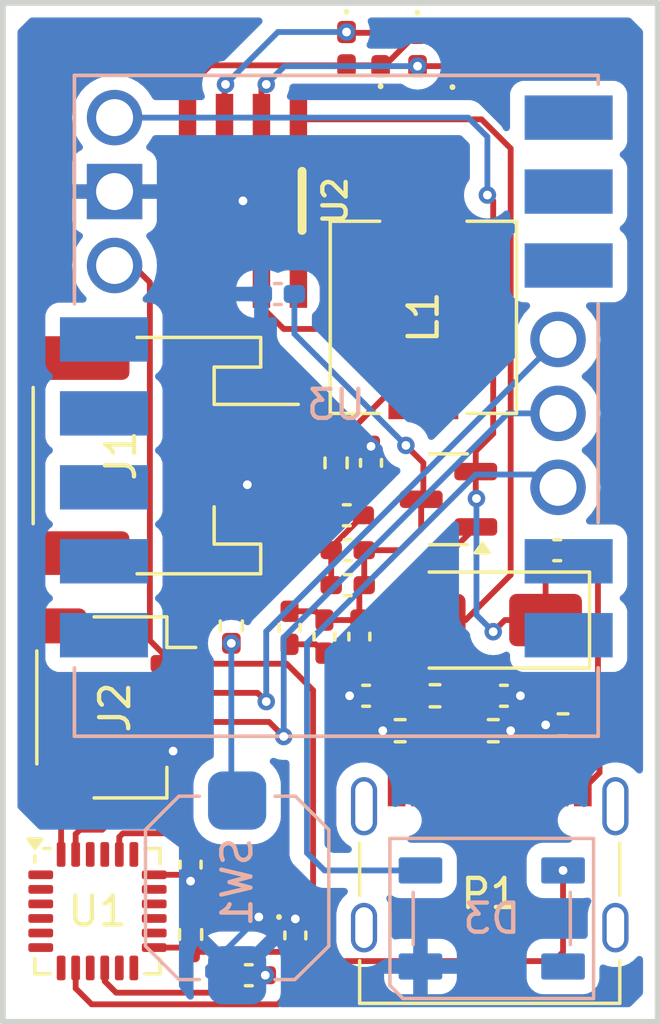
<source format=kicad_pcb>
(kicad_pcb (version 20240108) (generator "pcbnew") (generator_version "8.0")
  (layers (0 "F.Cu" signal) (31 "B.Cu" signal) (34 "B.Paste" user) (35 "F.Paste" user) (36 "B.SilkS" user "B.Silkscreen") (37 "F.SilkS" user "F.Silkscreen") (38 "B.Mask" user) (39 "F.Mask" user) (44 "Edge.Cuts" user))
  (net 0 "")
  (net 1 "SDA")
  (net 2 "SCL")
  (net 3 "+3V3")
  (net 4 "Net-(P1-CC2)")
  (net 5 "Net-(U1-REGOUT)")
  (net 6 "GND")
  (net 7 "Net-(U1-CPOUT)")
  (net 8 "Net-(P1-CC1)")
  (net 9 "+5V")
  (net 10 "+BATT")
  (net 11 "Net-(D2-K)")
  (net 12 "Net-(C1-Pad2)")
  (net 13 "Net-(C5-Pad2)")
  (net 27 "VBUS")
  (net 28 "Net-(D1-A)")
  (net 29 "Net-(D2-A)")
  (net 35 "RGB")
  (net 52 "VCC")
  (net 53 "Net-(D5-A)")
  (net 54 "Net-(U2-SW)")
  (net 55 "Net-(U2-KEY)")
  (net 56 "Net-(R4-Pad1)")
  (footprint "Connector_JST:JST_SH_SM04B-SRSS-TB_1x04-1MP_P1.00mm_Horizontal" (layer "F.Cu") (at 29.4 49.6 -90)
    (property "Reference" "J2" (at 0 0 90) (layer "F.SilkS"))
    (property "Value" "Sh 1.0" (hide yes))
    (pad "1" smd roundrect (at -1.5 -2 270) (size 0.6 1.55) (layers "F.Cu" "F.Paste" "F.Mask") (net 3 "+3V3"))
    (pad "2" smd roundrect (at -0.5 -2 270) (size 0.6 1.55) (layers "F.Cu" "F.Paste" "F.Mask") (net 1 "SDA"))
    (pad "3" smd roundrect (at 0.5 -2 270) (size 0.6 1.55) (layers "F.Cu" "F.Paste" "F.Mask") (net 2 "SCL"))
    (pad "4" smd roundrect (at 1.5 -2 270) (size 0.6 1.55) (layers "F.Cu" "F.Paste" "F.Mask") (net 6 "GND"))
    (pad "MP" smd roundrect (at -2.8 1.875 270) (size 1.2 1.8) (layers "F.Cu" "F.Paste" "F.Mask") (roundrect_rratio 0.208333))
    (pad "MP" smd roundrect (at 2.8 1.875 270) (size 1.2 1.8) (layers "F.Cu" "F.Paste" "F.Mask") (roundrect_rratio 0.208333))
  )
  (footprint "Capacitor_SMD:C_0402_1005Metric_Pad0.74x0.62mm_HandSolder" (layer "F.Cu") (at 44.6 44.2)
    (property "Reference" "C13" (hide yes))
    (property "Value" "1.0uF" (hide yes))
    (pad "1" smd roundrect (at -0.5675 0) (size 0.735 0.62) (layers "F.Cu" "F.Paste" "F.Mask") (net 9 "+5V"))
    (pad "2" smd roundrect (at 0.5675 0) (size 0.735 0.62) (layers "F.Cu" "F.Paste" "F.Mask") (net 6 "GND"))
  )
  (footprint "Resistor_SMD:R_0402_1005Metric_Pad0.72x0.64mm_HandSolder" (layer "F.Cu") (at 40.4 49.2)
    (property "Reference" "R2" (hide yes))
    (property "Value" "2R" (hide yes))
    (pad "1" smd roundrect (at -0.5975 0) (size 0.715 0.64) (layers "F.Cu" "F.Paste" "F.Mask") (net 27 "VBUS"))
    (pad "2" smd roundrect (at 0.5975 0) (size 0.715 0.64) (layers "F.Cu" "F.Paste" "F.Mask") (net 12 "Net-(C1-Pad2)"))
  )
  (footprint "Capacitor_SMD:C_0402_1005Metric_Pad0.74x0.62mm_HandSolder" (layer "F.Cu") (at 36.6 47.1675 -90)
    (property "Reference" "C8" (hide yes))
    (property "Value" "10uF" (hide yes))
    (pad "1" smd roundrect (at -0.5675 0 270) (size 0.735 0.62) (layers "F.Cu" "F.Paste" "F.Mask") (net 52 "VCC"))
    (pad "2" smd roundrect (at 0.5675 0 270) (size 0.735 0.62) (layers "F.Cu" "F.Paste" "F.Mask") (net 6 "GND"))
  )
  (footprint "Capacitor_SMD:C_0402_1005Metric_Pad0.74x0.62mm_HandSolder" (layer "F.Cu") (at 37.8 47.1675 -90)
    (property "Reference" "C14" (hide yes))
    (property "Value" "10uF" (hide yes))
    (pad "1" smd roundrect (at -0.5675 0 270) (size 0.735 0.62) (layers "F.Cu" "F.Paste" "F.Mask") (net 52 "VCC"))
    (pad "2" smd roundrect (at 0.5675 0 270) (size 0.735 0.62) (layers "F.Cu" "F.Paste" "F.Mask") (net 6 "GND"))
  )
  (footprint "LED_SMD:LED_0402_1005Metric_Pad0.77x0.64mm_HandSolder" (layer "F.Cu") (at 39.8 27 -90)
    (property "Reference" "D2" (hide yes))
    (property "Value" "LED" (hide yes))
    (pad "1" smd roundrect (at -0.5725 0 270) (size 0.765 0.64) (layers "F.Cu" "F.Paste" "F.Mask") (net 11 "Net-(D2-K)"))
    (pad "2" smd roundrect (at 0.5725 0 270) (size 0.765 0.64) (layers "F.Cu" "F.Paste" "F.Mask") (net 29 "Net-(D2-A)"))
  )
  (footprint "Capacitor_SMD:C_0402_1005Metric_Pad0.74x0.62mm_HandSolder" (layer "F.Cu") (at 32 55 -90)
    (property "Reference" "C4" (hide yes))
    (property "Value" "0.1uF" (hide yes))
    (pad "1" smd roundrect (at -0.5675 0 270) (size 0.735 0.62) (layers "F.Cu" "F.Paste" "F.Mask") (net 7 "Net-(U1-CPOUT)"))
    (pad "2" smd roundrect (at 0.5675 0 270) (size 0.735 0.62) (layers "F.Cu" "F.Paste" "F.Mask") (net 6 "GND"))
  )
  (footprint "Capacitor_SMD:C_0402_1005Metric_Pad0.74x0.62mm_HandSolder" (layer "F.Cu") (at 37.4 45.4 180)
    (property "Reference" "C9" (hide yes))
    (property "Value" "10uF" (hide yes))
    (pad "1" smd roundrect (at -0.5675 0 180) (size 0.735 0.62) (layers "F.Cu" "F.Paste" "F.Mask") (net 52 "VCC"))
    (pad "2" smd roundrect (at 0.5675 0 180) (size 0.735 0.62) (layers "F.Cu" "F.Paste" "F.Mask") (net 6 "GND"))
  )
  (footprint "LED_SMD:LED_0402_1005Metric_Pad0.77x0.64mm_HandSolder" (layer "F.Cu") (at 33.7725 56.8 180)
    (property "Reference" "D1" (hide yes))
    (property "Value" "LED" (hide yes))
    (pad "1" smd roundrect (at -0.5725 0 180) (size 0.765 0.64) (layers "F.Cu" "F.Paste" "F.Mask") (net 6 "GND"))
    (pad "2" smd roundrect (at 0.5725 0 180) (size 0.765 0.64) (layers "F.Cu" "F.Paste" "F.Mask") (net 28 "Net-(D1-A)"))
  )
  (footprint "Capacitor_SMD:C_0402_1005Metric_Pad0.74x0.62mm_HandSolder" (layer "F.Cu") (at 38.0325 49.2 180)
    (property "Reference" "C2" (hide yes))
    (property "Value" "10uF" (hide yes))
    (pad "1" smd roundrect (at -0.5675 0 180) (size 0.735 0.62) (layers "F.Cu" "F.Paste" "F.Mask") (net 27 "VBUS"))
    (pad "2" smd roundrect (at 0.5675 0 180) (size 0.735 0.62) (layers "F.Cu" "F.Paste" "F.Mask") (net 6 "GND"))
  )
  (footprint "Custom:IP5306" (layer "F.Cu") (at 33.8 32.2 180)
    (property "Reference" "U2" (at -3.165 0 90) (layer "F.SilkS") (effects (font (size 0.8 0.8))))
    (property "Value" "IP5306" (hide yes))
    (pad "1" smd rect (at -1.905 2.8 180) (size 0.6 1.75) (layers "F.Cu" "F.Paste" "F.Mask") (net 27 "VBUS"))
    (pad "2" smd rect (at -0.635 2.8 180) (size 0.6 1.75) (layers "F.Cu" "F.Paste" "F.Mask") (net 29 "Net-(D2-A)"))
    (pad "3" smd rect (at 0.635 2.8 180) (size 0.6 1.75) (layers "F.Cu" "F.Paste" "F.Mask") (net 53 "Net-(D5-A)"))
    (pad "4" smd rect (at 1.905 2.8 180) (size 0.6 1.75) (layers "F.Cu" "F.Paste" "F.Mask") (net 11 "Net-(D2-K)"))
    (pad "5" smd rect (at 1.905 -2.8 180) (size 0.6 1.75) (layers "F.Cu" "F.Paste" "F.Mask") (net 55 "Net-(U2-KEY)"))
    (pad "6" smd rect (at 0.635 -2.8 180) (size 0.6 1.75) (layers "F.Cu" "F.Paste" "F.Mask") (net 10 "+BATT"))
    (pad "7" smd rect (at -0.635 -2.8 180) (size 0.6 1.75) (layers "F.Cu" "F.Paste" "F.Mask") (net 54 "Net-(U2-SW)"))
    (pad "8" smd rect (at -1.905 -2.8 180) (size 0.6 1.75) (layers "F.Cu" "F.Paste" "F.Mask") (net 52 "VCC"))
    (pad "EXP" smd rect (at 0 0 180) (size 3.3 2.41) (layers "F.Cu" "F.Mask") (net 6 "GND"))
  )
  (footprint "Resistor_SMD:R_0402_1005Metric_Pad0.72x0.64mm_HandSolder" (layer "F.Cu") (at 33.4 46.8 90)
    (property "Reference" "R4" (hide yes))
    (property "Value" "10K" (hide yes))
    (pad "1" smd roundrect (at -0.5975 0 90) (size 0.715 0.64) (layers "F.Cu" "F.Paste" "F.Mask") (net 56 "Net-(R4-Pad1)"))
    (pad "2" smd roundrect (at 0.5975 0 90) (size 0.715 0.64) (layers "F.Cu" "F.Paste" "F.Mask") (net 55 "Net-(U2-KEY)"))
  )
  (footprint "Capacitor_SMD:C_0402_1005Metric_Pad0.74x0.62mm_HandSolder" (layer "F.Cu") (at 35.4 46.865 -90)
    (property "Reference" "C11" (hide yes))
    (property "Value" "10uF" (hide yes))
    (pad "1" smd roundrect (at -0.5675 0 270) (size 0.735 0.62) (layers "F.Cu" "F.Paste" "F.Mask") (net 52 "VCC"))
    (pad "2" smd roundrect (at 0.5675 0 270) (size 0.735 0.62) (layers "F.Cu" "F.Paste" "F.Mask") (net 6 "GND"))
  )
  (footprint "LED_SMD:LED_0402_1005Metric_Pad0.77x0.64mm_HandSolder" (layer "F.Cu") (at 38.53 27 90)
    (property "Reference" "D5" (hide yes))
    (property "Value" "LED" (hide yes))
    (pad "1" smd roundrect (at -0.5725 0 90) (size 0.765 0.64) (layers "F.Cu" "F.Paste" "F.Mask") (net 11 "Net-(D2-K)"))
    (pad "2" smd roundrect (at 0.5725 0 90) (size 0.765 0.64) (layers "F.Cu" "F.Paste" "F.Mask") (net 53 "Net-(D5-A)"))
  )
  (footprint "Capacitor_SMD:C_0402_1005Metric_Pad0.74x0.62mm_HandSolder" (layer "F.Cu") (at 34 58.8 180)
    (property "Reference" "C3" (hide yes))
    (property "Value" "2.2nF" (hide yes))
    (pad "1" smd roundrect (at -0.5675 0 180) (size 0.735 0.62) (layers "F.Cu" "F.Paste" "F.Mask") (net 6 "GND"))
    (pad "2" smd roundrect (at 0.5675 0 180) (size 0.735 0.62) (layers "F.Cu" "F.Paste" "F.Mask") (net 5 "Net-(U1-REGOUT)"))
  )
  (footprint "LED_SMD:LED_0402_1005Metric_Pad0.77x0.64mm_HandSolder" (layer "F.Cu") (at 41 27.0275 90)
    (property "Reference" "D4" (hide yes))
    (property "Value" "LED" (hide yes))
    (pad "1" smd roundrect (at -0.5725 0 90) (size 0.765 0.64) (layers "F.Cu" "F.Paste" "F.Mask") (net 29 "Net-(D2-A)"))
    (pad "2" smd roundrect (at 0.5725 0 90) (size 0.765 0.64) (layers "F.Cu" "F.Paste" "F.Mask") (net 11 "Net-(D2-K)"))
  )
  (footprint "Resistor_SMD:R_0402_1005Metric_Pad0.72x0.64mm_HandSolder" (layer "F.Cu") (at 39.2025 50.4 180)
    (property "Reference" "R5" (hide yes))
    (property "Value" "10K" (hide yes))
    (pad "1" smd roundrect (at -0.5975 0 180) (size 0.715 0.64) (layers "F.Cu" "F.Paste" "F.Mask") (net 27 "VBUS"))
    (pad "2" smd roundrect (at 0.5975 0 180) (size 0.715 0.64) (layers "F.Cu" "F.Paste" "F.Mask") (net 6 "GND"))
  )
  (footprint "Package_TO_SOT_SMD:SOT-23" (layer "F.Cu") (at 40.8625 42.45 180)
    (property "Reference" "Q1" (hide yes))
    (property "Value" "AO3401A" (hide yes))
    (pad "1" smd roundrect (at -0.9375 -0.95 180) (size 1.475 0.6) (layers "F.Cu" "F.Paste" "F.Mask") (net 27 "VBUS"))
    (pad "2" smd roundrect (at -0.9375 0.95 180) (size 1.475 0.6) (layers "F.Cu" "F.Paste" "F.Mask") (net 9 "+5V"))
    (pad "3" smd roundrect (at 0.9375 0 180) (size 1.475 0.6) (layers "F.Cu" "F.Paste" "F.Mask") (net 52 "VCC"))
  )
  (footprint "Resistor_SMD:R_0402_1005Metric_Pad0.72x0.64mm_HandSolder" (layer "F.Cu") (at 44.8 50.2 180)
    (property "Reference" "R6" (hide yes))
    (property "Value" "5.1K" (hide yes))
    (pad "1" smd roundrect (at -0.5975 0 180) (size 0.715 0.64) (layers "F.Cu" "F.Paste" "F.Mask") (net 4 "Net-(P1-CC2)"))
    (pad "2" smd roundrect (at 0.5975 0 180) (size 0.715 0.64) (layers "F.Cu" "F.Paste" "F.Mask") (net 6 "GND"))
  )
  (footprint "Resistor_SMD:R_0402_1005Metric_Pad0.72x0.64mm_HandSolder" (layer "F.Cu") (at 37 41.2 -90)
    (property "Reference" "R3" (hide yes))
    (property "Value" "2R" (hide yes))
    (pad "1" smd roundrect (at -0.5975 0 270) (size 0.715 0.64) (layers "F.Cu" "F.Paste" "F.Mask") (net 10 "+BATT"))
    (pad "2" smd roundrect (at 0.5975 0 270) (size 0.715 0.64) (layers "F.Cu" "F.Paste" "F.Mask") (net 13 "Net-(C5-Pad2)"))
  )
  (footprint "Diode_SMD:D_SMA" (layer "F.Cu") (at 42.2 46.6 180)
    (property "Reference" "D6" (hide yes))
    (property "Value" "SS34" (hide yes))
    (pad "1" smd roundrect (at -2 0 180) (size 2.5 1.8) (layers "F.Cu" "F.Paste" "F.Mask") (roundrect_rratio 0.1388888889) (net 9 "+5V"))
    (pad "2" smd roundrect (at 2 0 180) (size 2.5 1.8) (layers "F.Cu" "F.Paste" "F.Mask") (roundrect_rratio 0.1388888889) (net 27 "VBUS"))
  )
  (footprint "Capacitor_SMD:C_0402_1005Metric_Pad0.74x0.62mm_HandSolder" (layer "F.Cu") (at 42.7675 49.2 180)
    (property "Reference" "C1" (hide yes))
    (property "Value" "10uF" (hide yes))
    (pad "1" smd roundrect (at -0.5675 0 180) (size 0.735 0.62) (layers "F.Cu" "F.Paste" "F.Mask") (net 6 "GND"))
    (pad "2" smd roundrect (at 0.5675 0 180) (size 0.735 0.62) (layers "F.Cu" "F.Paste" "F.Mask") (net 12 "Net-(C1-Pad2)"))
  )
  (footprint "Capacitor_SMD:C_0402_1005Metric_Pad0.74x0.62mm_HandSolder" (layer "F.Cu") (at 38.2 41.2 -90)
    (property "Reference" "C5" (hide yes))
    (property "Value" "10uF" (hide yes))
    (pad "1" smd roundrect (at -0.5675 0 270) (size 0.735 0.62) (layers "F.Cu" "F.Paste" "F.Mask") (net 6 "GND"))
    (pad "2" smd roundrect (at 0.5675 0 270) (size 0.735 0.62) (layers "F.Cu" "F.Paste" "F.Mask") (net 13 "Net-(C5-Pad2)"))
  )
  (footprint "LED_SMD:LED_0402_1005Metric_Pad0.77x0.64mm_HandSolder" (layer "F.Cu") (at 37.36 26.9725 -90)
    (property "Reference" "D7" (hide yes))
    (property "Value" "LED" (hide yes))
    (pad "1" smd roundrect (at -0.5725 0 270) (size 0.765 0.64) (layers "F.Cu" "F.Paste" "F.Mask") (net 53 "Net-(D5-A)"))
    (pad "2" smd roundrect (at 0.5725 0 270) (size 0.765 0.64) (layers "F.Cu" "F.Paste" "F.Mask") (net 11 "Net-(D2-K)"))
  )
  (footprint "Capacitor_SMD:C_0402_1005Metric_Pad0.74x0.62mm_HandSolder" (layer "F.Cu") (at 35.6 57.4325 90)
    (property "Reference" "C6" (hide yes))
    (property "Value" "1.0uF" (hide yes))
    (pad "1" smd roundrect (at -0.5675 0 90) (size 0.735 0.62) (layers "F.Cu" "F.Paste" "F.Mask") (net 3 "+3V3"))
    (pad "2" smd roundrect (at 0.5675 0 90) (size 0.735 0.62) (layers "F.Cu" "F.Paste" "F.Mask") (net 6 "GND"))
  )
  (footprint "Inductor_SMD:L_6.3x6.3_H3" (layer "F.Cu") (at 40 36.2 -90)
    (property "Reference" "L1" (at 0 0 90) (layer "F.SilkS"))
    (property "Value" "1R0" (hide yes))
    (pad "1" smd rect (at -2.75 0 270) (size 1.5 2.4) (layers "F.Cu" "F.Paste" "F.Mask") (net 54 "Net-(U2-SW)"))
    (pad "2" smd rect (at 2.75 0 270) (size 1.5 2.4) (layers "F.Cu" "F.Paste" "F.Mask") (net 10 "+BATT"))
  )
  (footprint "Resistor_SMD:R_0402_1005Metric_Pad0.72x0.64mm_HandSolder" (layer "F.Cu") (at 42.4025 50.4)
    (property "Reference" "R7" (hide yes))
    (property "Value" "5.1K" (hide yes))
    (pad "1" smd roundrect (at -0.5975 0) (size 0.715 0.64) (layers "F.Cu" "F.Paste" "F.Mask") (net 8 "Net-(P1-CC1)"))
    (pad "2" smd roundrect (at 0.5975 0) (size 0.715 0.64) (layers "F.Cu" "F.Paste" "F.Mask") (net 6 "GND"))
  )
  (footprint "Capacitor_SMD:C_0402_1005Metric_Pad0.74x0.62mm_HandSolder" (layer "F.Cu") (at 37.3675 43)
    (property "Reference" "C7" (hide yes))
    (property "Value" "10uF" (hide yes))
    (pad "1" smd roundrect (at -0.5675 0) (size 0.735 0.62) (layers "F.Cu" "F.Paste" "F.Mask") (net 10 "+BATT"))
    (pad "2" smd roundrect (at 0.5675 0) (size 0.735 0.62) (layers "F.Cu" "F.Paste" "F.Mask") (net 6 "GND"))
  )
  (footprint "Resistor_SMD:R_0402_1005Metric_Pad0.72x0.64mm_HandSolder" (layer "F.Cu") (at 32 57.4 90)
    (property "Reference" "R1" (hide yes))
    (property "Value" "1K" (hide yes))
    (pad "1" smd roundrect (at -0.5975 0 90) (size 0.715 0.64) (layers "F.Cu" "F.Paste" "F.Mask") (net 3 "+3V3"))
    (pad "2" smd roundrect (at 0.5975 0 90) (size 0.715 0.64) (layers "F.Cu" "F.Paste" "F.Mask") (net 28 "Net-(D1-A)"))
  )
  (footprint "Sensor_Motion:InvenSense_QFN-24_4x4mm_P0.5mm" (layer "F.Cu") (at 28.8 56.6)
    (property "Reference" "U1" (at 0 0 0) (layer "F.SilkS"))
    (property "Value" "MPU-6050" (hide yes))
    (pad "1" smd roundrect (at -1.95 -1.25) (size 0.85 0.3) (layers "F.Cu" "F.Paste" "F.Mask"))
    (pad "2" smd roundrect (at -1.95 -0.75) (size 0.85 0.3) (layers "F.Cu" "F.Paste" "F.Mask"))
    (pad "3" smd roundrect (at -1.95 -0.25) (size 0.85 0.3) (layers "F.Cu" "F.Paste" "F.Mask"))
    (pad "4" smd roundrect (at -1.95 0.25) (size 0.85 0.3) (layers "F.Cu" "F.Paste" "F.Mask"))
    (pad "5" smd roundrect (at -1.95 0.75) (size 0.85 0.3) (layers "F.Cu" "F.Paste" "F.Mask"))
    (pad "6" smd roundrect (at -1.95 1.25) (size 0.85 0.3) (layers "F.Cu" "F.Paste" "F.Mask"))
    (pad "7" smd roundrect (at -1.25 1.95 90) (size 0.85 0.3) (layers "F.Cu" "F.Paste" "F.Mask"))
    (pad "8" smd roundrect (at -0.75 1.95 90) (size 0.85 0.3) (layers "F.Cu" "F.Paste" "F.Mask") (net 3 "+3V3"))
    (pad "9" smd roundrect (at -0.25 1.95 90) (size 0.85 0.3) (layers "F.Cu" "F.Paste" "F.Mask"))
    (pad "10" smd roundrect (at 0.25 1.95 90) (size 0.85 0.3) (layers "F.Cu" "F.Paste" "F.Mask") (net 5 "Net-(U1-REGOUT)"))
    (pad "11" smd roundrect (at 0.75 1.95 90) (size 0.85 0.3) (layers "F.Cu" "F.Paste" "F.Mask"))
    (pad "12" smd roundrect (at 1.25 1.95 90) (size 0.85 0.3) (layers "F.Cu" "F.Paste" "F.Mask"))
    (pad "13" smd roundrect (at 1.95 1.25) (size 0.85 0.3) (layers "F.Cu" "F.Paste" "F.Mask") (net 3 "+3V3"))
    (pad "14" smd roundrect (at 1.95 0.75) (size 0.85 0.3) (layers "F.Cu" "F.Paste" "F.Mask"))
    (pad "15" smd roundrect (at 1.95 0.25) (size 0.85 0.3) (layers "F.Cu" "F.Paste" "F.Mask"))
    (pad "16" smd roundrect (at 1.95 -0.25) (size 0.85 0.3) (layers "F.Cu" "F.Paste" "F.Mask"))
    (pad "17" smd roundrect (at 1.95 -0.75) (size 0.85 0.3) (layers "F.Cu" "F.Paste" "F.Mask"))
    (pad "18" smd roundrect (at 1.95 -1.25) (size 0.85 0.3) (layers "F.Cu" "F.Paste" "F.Mask") (net 6 "GND"))
    (pad "19" smd roundrect (at 1.25 -1.95 90) (size 0.85 0.3) (layers "F.Cu" "F.Paste" "F.Mask"))
    (pad "20" smd roundrect (at 0.75 -1.95 90) (size 0.85 0.3) (layers "F.Cu" "F.Paste" "F.Mask") (net 7 "Net-(U1-CPOUT)"))
    (pad "21" smd roundrect (at 0.25 -1.95 90) (size 0.85 0.3) (layers "F.Cu" "F.Paste" "F.Mask"))
    (pad "22" smd roundrect (at -0.25 -1.95 90) (size 0.85 0.3) (layers "F.Cu" "F.Paste" "F.Mask"))
    (pad "23" smd roundrect (at -0.75 -1.95 90) (size 0.85 0.3) (layers "F.Cu" "F.Paste" "F.Mask") (net 2 "SCL"))
    (pad "24" smd roundrect (at -1.25 -1.95 90) (size 0.85 0.3) (layers "F.Cu" "F.Paste" "F.Mask") (net 1 "SDA"))
  )
  (footprint "Connector_USB:USB_C_Receptacle_Palconn_UTC16-G" (layer "F.Cu") (at 42.28 54.925)
    (property "Reference" "P1" (at 0 1.075 0) (layer "F.SilkS"))
    (property "Value" "USB_C_Plug_USB2.0" (hide yes))
    (pad "" np_thru_hole circle (at -2.89 -1.45 180) (size 0.6 0.6) (drill 0.6) (layers "*.Cu" "*.Mask"))
    (pad "" np_thru_hole circle (at 2.89 -1.45 180) (size 0.6 0.6) (drill 0.6) (layers "*.Cu" "*.Mask"))
    (pad "A1" smd rect (at -3.2 -2.51) (size 0.6 1.16) (layers "F.Cu" "F.Paste" "F.Mask") (net 6 "GND"))
    (pad "A4" smd rect (at -2.4 -2.51) (size 0.6 1.16) (layers "F.Cu" "F.Paste" "F.Mask") (net 27 "VBUS"))
    (pad "A5" smd rect (at -1.25 -2.51 180) (size 0.3 1.16) (layers "F.Cu" "F.Paste" "F.Mask") (net 8 "Net-(P1-CC1)"))
    (pad "A6" smd rect (at -0.25 -2.51 180) (size 0.3 1.16) (layers "F.Cu" "F.Paste" "F.Mask"))
    (pad "A7" smd rect (at 0.25 -2.51 180) (size 0.3 1.16) (layers "F.Cu" "F.Paste" "F.Mask"))
    (pad "A8" smd rect (at 1.25 -2.51 180) (size 0.3 1.16) (layers "F.Cu" "F.Paste" "F.Mask"))
    (pad "A9" smd rect (at 2.4 -2.51) (size 0.6 1.16) (layers "F.Cu" "F.Paste" "F.Mask") (net 27 "VBUS"))
    (pad "A12" smd rect (at 3.2 -2.51) (size 0.6 1.16) (layers "F.Cu" "F.Paste" "F.Mask") (net 6 "GND"))
    (pad "B1" smd rect (at 3.2 -2.51) (size 0.6 1.16) (layers "F.Cu" "F.Paste" "F.Mask") (net 6 "GND"))
    (pad "B4" smd rect (at 2.4 -2.51) (size 0.6 1.16) (layers "F.Cu" "F.Paste" "F.Mask") (net 27 "VBUS"))
    (pad "B5" smd rect (at 1.75 -2.51 180) (size 0.3 1.16) (layers "F.Cu" "F.Paste" "F.Mask") (net 4 "Net-(P1-CC2)"))
    (pad "B6" smd rect (at 0.75 -2.51 180) (size 0.3 1.16) (layers "F.Cu" "F.Paste" "F.Mask"))
    (pad "B7" smd rect (at -0.75 -2.51 180) (size 0.3 1.16) (layers "F.Cu" "F.Paste" "F.Mask"))
    (pad "B8" smd rect (at -1.75 -2.51 180) (size 0.3 1.16) (layers "F.Cu" "F.Paste" "F.Mask"))
    (pad "B9" smd rect (at -2.4 -2.51) (size 0.6 1.16) (layers "F.Cu" "F.Paste" "F.Mask") (net 27 "VBUS"))
    (pad "B12" smd rect (at -3.2 -2.51) (size 0.6 1.16) (layers "F.Cu" "F.Paste" "F.Mask") (net 6 "GND"))
    (pad "S1" thru_hole oval (at -4.32 -1.93 90) (size 2 0.9) (drill oval 1.7 0.6) (property pad_prop_heatsink) (layers "*.Cu" "*.Mask"))
    (pad "S1" thru_hole oval (at -4.32 2.24 90) (size 1.7 0.9) (drill oval 1.4 0.6) (property pad_prop_heatsink) (layers "*.Cu" "*.Mask"))
    (pad "S1" thru_hole oval (at 4.32 -1.93 90) (size 2 0.9) (drill oval 1.7 0.6) (property pad_prop_heatsink) (layers "*.Cu" "*.Mask"))
    (pad "S1" thru_hole oval (at 4.32 2.24 90) (size 1.7 0.9) (drill oval 1.4 0.6) (property pad_prop_heatsink) (layers "*.Cu" "*.Mask"))
  )
  (footprint "Connector_JST:JST_PH_S2B-PH-SM4-TB_1x02-1MP_P2.00mm_Horizontal" (layer "F.Cu") (at 31.1 40.95 -90)
    (property "Reference" "J1" (at 0 1.5 -90) (layer "F.SilkS"))
    (property "Value" "Ph 2.0" (hide yes))
    (pad "1" smd roundrect (at -1 -2.85 270) (size 1 3.5) (layers "F.Cu" "F.Paste" "F.Mask") (net 10 "+BATT"))
    (pad "2" smd roundrect (at 1 -2.85 270) (size 1 3.5) (layers "F.Cu" "F.Paste" "F.Mask") (net 6 "GND"))
    (pad "MP" smd roundrect (at -3.35 2.9 270) (size 1.5 3.4) (layers "F.Cu" "F.Paste" "F.Mask") (roundrect_rratio 0.166667))
    (pad "MP" smd roundrect (at 3.35 2.9 270) (size 1.5 3.4) (layers "F.Cu" "F.Paste" "F.Mask") (roundrect_rratio 0.166667))
  )
  (footprint "Capacitor_SMD:C_0402_1005Metric_Pad0.74x0.62mm_HandSolder" (layer "F.Cu") (at 37.4 44.2 180)
    (property "Reference" "C10" (hide yes))
    (property "Value" "10uF" (hide yes))
    (pad "1" smd roundrect (at -0.5675 0 180) (size 0.735 0.62) (layers "F.Cu" "F.Paste" "F.Mask") (net 52 "VCC"))
    (pad "2" smd roundrect (at 0.5675 0 180) (size 0.735 0.62) (layers "F.Cu" "F.Paste" "F.Mask") (net 6 "GND"))
  )
  (footprint "LED_SMD:LED_WS2812B_PLCC4_5.0x5.0mm_P3.2mm" (layer "B.Cu") (at 42.35 56.85 180)
    (property "Reference" "D3" (at 0 0 0) (layer "B.SilkS") (effects (justify mirror)))
    (property "Value" "WS2812B" (hide yes))
    (pad "1" smd roundrect (at -2.45 1.65 180) (size 1.5 0.9) (layers "B.Cu" "B.Paste" "B.Mask") (roundrect_rratio 0.1) (net 3 "+3V3"))
    (pad "2" smd roundrect (at -2.45 -1.65 180) (size 1.5 0.9) (layers "B.Cu" "B.Paste" "B.Mask") (roundrect_rratio 0.1))
    (pad "3" smd roundrect (at 2.45 -1.65 180) (size 1.5 0.9) (layers "B.Cu" "B.Paste" "B.Mask") (roundrect_rratio 0.1) (net 6 "GND"))
    (pad "4" smd roundrect (at 2.45 1.65 180) (size 1.5 0.9) (layers "B.Cu" "B.Paste" "B.Mask") (roundrect_rratio 0.1) (net 35 "RGB"))
  )
  (footprint "Custom:Supermini_Custom" (layer "B.Cu") (at 37.0075 39.24 180)
    (property "Reference" "U3" (at 0.0075 0.04 0) (layer "B.SilkS") (effects (justify mirror)))
    (property "Value" "ESP32C3_SuperMini" (hide yes))
    (pad "0" smd rect (at 7.985 -7.88 180) (size 3.025 1.524) (layers "B.Cu" "B.Paste" "B.Mask"))
    (pad "1" smd rect (at 7.985 -5.34 180) (size 3.025 1.524) (layers "B.Cu" "B.Paste" "B.Mask"))
    (pad "2" smd rect (at 7.985 -2.8 180) (size 3.025 1.524) (layers "B.Cu" "B.Paste" "B.Mask"))
    (pad "3" smd rect (at 7.985 -0.26 180) (size 3.025 1.524) (layers "B.Cu" "B.Paste" "B.Mask"))
    (pad "3.3" thru_hole circle (at 7.62 4.82 180) (size 1.905 1.905) (drill 1.27) (layers "*.Cu" "*.Mask") (net 3 "+3V3"))
    (pad "4" smd rect (at 7.985 2.28 180) (size 3.025 1.524) (layers "B.Cu" "B.Paste" "B.Mask"))
    (pad "5" smd rect (at -7.985 9.9 180) (size 3.025 1.524) (layers "B.Cu" "B.Paste" "B.Mask"))
    (pad "5V" thru_hole circle (at 7.62 9.9 180) (size 1.905 1.905) (drill 1.27) (layers "*.Cu" "*.Mask") (net 9 "+5V"))
    (pad "6" smd rect (at -7.985 7.36 180) (size 3.025 1.524) (layers "B.Cu" "B.Paste" "B.Mask"))
    (pad "7" smd rect (at -7.985 4.82 180) (size 3.025 1.524) (layers "B.Cu" "B.Paste" "B.Mask"))
    (pad "8" thru_hole circle (at -7.62 2.28 180) (size 1.905 1.905) (drill 1.27) (layers "*.Cu" "*.Mask") (net 1 "SDA"))
    (pad "9" thru_hole circle (at -7.62 -0.26 180) (size 1.905 1.905) (drill 1.27) (layers "*.Cu" "*.Mask") (net 2 "SCL"))
    (pad "10" thru_hole circle (at -7.62 -2.8 180) (size 1.905 1.905) (drill 1.27) (layers "*.Cu" "*.Mask") (net 35 "RGB"))
    (pad "20" smd rect (at -7.985 -5.34 180) (size 3.025 1.524) (layers "B.Cu" "B.Paste" "B.Mask"))
    (pad "21" smd rect (at -7.985 -7.88 180) (size 3.025 1.524) (layers "B.Cu" "B.Paste" "B.Mask"))
    (pad "G" thru_hole rect (at 7.62 7.36 180) (size 1.905 1.905) (drill 1.27) (layers "*.Cu" "*.Mask") (net 6 "GND"))
  )
  (footprint "Capacitor_SMD:C_0402_1005Metric_Pad0.74x0.62mm_HandSolder" (layer "B.Cu") (at 35 35.4 180)
    (property "Reference" "C12" (hide yes))
    (property "Value" "10uF" (hide yes))
    (pad "1" smd roundrect (at -0.5675 0 180) (size 0.735 0.62) (layers "B.Cu" "B.Paste" "B.Mask") (net 52 "VCC"))
    (pad "2" smd roundrect (at 0.5675 0 180) (size 0.735 0.62) (layers "B.Cu" "B.Paste" "B.Mask") (net 6 "GND"))
  )
  (footprint "Button_Switch_SMD:SW_Push_1TS009xxxx-xxxx-xxxx_6x6x5mm" (layer "B.Cu") (at 33.6 55.8 90)
    (property "Reference" "SW1" (at 0.2 0 90) (layer "B.SilkS") (effects (justify mirror)))
    (property "Value" "SW_Push" (hide yes))
    (pad "1" smd roundrect (at -3 0 90) (size 2 2) (layers "B.Cu" "B.Paste" "B.Mask") (net 6 "GND"))
    (pad "2" smd roundrect (at 3 0 90) (size 2 2) (layers "B.Cu" "B.Paste" "B.Mask") (net 56 "Net-(R4-Pad1)"))
  )
  (gr_rect (start 25.55 25.4) (end 48.05 60.4) (stroke (width 0.2)) (fill none) (layer "Edge.Cuts"))
  (segment (start 29.4 49.8) (end 29.4 52.8) (width 0.2) (layer "F.Cu") (net 1))
  (segment (start 34.3 49.1) (end 34.6 49.4) (width 0.2) (layer "F.Cu") (net 1))
  (segment (start 31.4 49.1) (end 30.1 49.1) (width 0.2) (layer "F.Cu") (net 1))
  (segment (start 28.8 53.4) (end 27.8 53.4) (width 0.2) (layer "F.Cu") (net 1))
  (segment (start 30.1 49.1) (end 29.4 49.8) (width 0.2) (layer "F.Cu") (net 1))
  (segment (start 27.55 53.65) (end 27.55 54.65) (width 0.2) (layer "F.Cu") (net 1))
  (segment (start 27.8 53.4) (end 27.55 53.65) (width 0.2) (layer "F.Cu") (net 1))
  (segment (start 31.4 49.1) (end 34.3 49.1) (width 0.2) (layer "F.Cu") (net 1))
  (segment (start 29.4 52.8) (end 28.8 53.4) (width 0.2) (layer "F.Cu") (net 1))
  (via (at 34.6 49.4) (size 0.6) (drill 0.3) (layers "F.Cu" "B.Cu") (net 1))
  (segment (start 34.6 46.9875) (end 44.6275 36.96) (width 0.2) (layer "B.Cu") (net 1))
  (segment (start 34.6 49.4) (end 34.6 46.9875) (width 0.2) (layer "B.Cu") (net 1))
  (segment (start 30.265686 50.1) (end 31.4 50.1) (width 0.2) (layer "F.Cu") (net 2))
  (segment (start 34.7 50.1) (end 31.4 50.1) (width 0.2) (layer "F.Cu") (net 2))
  (segment (start 28.2 53.8) (end 28.965686 53.8) (width 0.2) (layer "F.Cu") (net 2))
  (segment (start 29.8 52.965686) (end 29.8 50.565686) (width 0.2) (layer "F.Cu") (net 2))
  (segment (start 35.2 50.6) (end 34.7 50.1) (width 0.2) (layer "F.Cu") (net 2))
  (segment (start 28.05 53.95) (end 28.2 53.8) (width 0.2) (layer "F.Cu") (net 2))
  (segment (start 29.8 50.565686) (end 30.265686 50.1) (width 0.2) (layer "F.Cu") (net 2))
  (segment (start 28.965686 53.8) (end 29.8 52.965686) (width 0.2) (layer "F.Cu") (net 2))
  (segment (start 28.05 54.65) (end 28.05 53.95) (width 0.2) (layer "F.Cu") (net 2))
  (via (at 35.2 50.6) (size 0.6) (drill 0.3) (layers "F.Cu" "B.Cu") (net 2))
  (segment (start 35.2 50.6) (end 35.2 47.2) (width 0.2) (layer "B.Cu") (net 2))
  (segment (start 35.2 47.2) (end 42.9 39.5) (width 0.2) (layer "B.Cu") (net 2))
  (segment (start 42.9 39.5) (end 44.6275 39.5) (width 0.2) (layer "B.Cu") (net 2))
  (segment (start 35.5975 57.9975) (end 35.6 58) (width 0.2) (layer "F.Cu") (net 3))
  (segment (start 31.4 48.1) (end 30.6 47.3) (width 0.2) (layer "F.Cu") (net 3))
  (segment (start 35.6 58) (end 36.21 57.39) (width 0.2) (layer "F.Cu") (net 3))
  (segment (start 30.6 35) (end 30.02 34.42) (width 0.2) (layer "F.Cu") (net 3))
  (segment (start 44.8 58) (end 44.485 58.315) (width 0.2) (layer "F.Cu") (net 3))
  (segment (start 32 57.9975) (end 35.5975 57.9975) (width 0.2) (layer "F.Cu") (net 3))
  (segment (start 28.6 59.8) (end 28.05 59.25) (width 0.2) (layer "F.Cu") (net 3))
  (segment (start 44.485 58.315) (end 35.915 58.315) (width 0.2) (layer "F.Cu") (net 3))
  (segment (start 44.8 55.2) (end 44.8 58) (width 0.2) (layer "F.Cu") (net 3))
  (segment (start 35.6 59.2) (end 35 59.8) (width 0.2) (layer "F.Cu") (net 3))
  (segment (start 31.8525 57.85) (end 32 57.9975) (width 0.2) (layer "F.Cu") (net 3))
  (segment (start 36.21 57.39) (end 36.21 49.01) (width 0.2) (layer "F.Cu") (net 3))
  (segment (start 30.02 34.42) (end 29.3875 34.42) (width 0.2) (layer "F.Cu") (net 3))
  (segment (start 36.21 49.01) (end 35.3 48.1) (width 0.2) (layer "F.Cu") (net 3))
  (segment (start 35.3 48.1) (end 31.4 48.1) (width 0.2) (layer "F.Cu") (net 3))
  (segment (start 30.6 47.3) (end 30.6 35) (width 0.2) (layer "F.Cu") (net 3))
  (segment (start 35.915 58.315) (end 35.6 58) (width 0.2) (layer "F.Cu") (net 3))
  (segment (start 28.05 59.25) (end 28.05 58.55) (width 0.2) (layer "F.Cu") (net 3))
  (segment (start 35 59.8) (end 28.6 59.8) (width 0.2) (layer "F.Cu") (net 3))
  (segment (start 35.6 58) (end 35.6 59.2) (width 0.2) (layer "F.Cu") (net 3))
  (segment (start 30.75 57.85) (end 31.8525 57.85) (width 0.2) (layer "F.Cu") (net 3))
  (via (at 44.8 55.2) (size 0.6) (drill 0.3) (layers "F.Cu" "B.Cu") (net 3))
  (segment (start 45.3975 50.2) (end 44.03 51.5675) (width 0.2) (layer "F.Cu") (net 4))
  (segment (start 44.03 51.5675) (end 44.03 52.415) (width 0.2) (layer "F.Cu") (net 4))
  (segment (start 33.4325 58.8) (end 32.8325 59.4) (width 0.2) (layer "F.Cu") (net 5))
  (segment (start 29.05 59.00741) (end 29.05 58.55) (width 0.2) (layer "F.Cu") (net 5))
  (segment (start 32.8325 59.4) (end 29.44259 59.4) (width 0.2) (layer "F.Cu") (net 5))
  (segment (start 29.44259 59.4) (end 29.05 59.00741) (width 0.2) (layer "F.Cu") (net 5))
  (segment (start 46.055 51.84) (end 46.055 49.455) (width 0.2) (layer "F.Cu") (net 6))
  (segment (start 36.8325 44.1025) (end 37.935 43) (width 0.2) (layer "F.Cu") (net 6))
  (segment (start 37.8 47.735) (end 36.6 47.735) (width 0.2) (layer "F.Cu") (net 6))
  (segment (start 46 49) (end 45.8 49.2) (width 0.2) (layer "F.Cu") (net 6))
  (segment (start 45.48 52.415) (end 46.055 51.84) (width 0.2) (layer "F.Cu") (net 6))
  (segment (start 39.08 52.415) (end 39.08 50.875) (width 0.2) (layer "F.Cu") (net 6))
  (segment (start 36.8325 44.2) (end 36.8325 44.1025) (width 0.2) (layer "F.Cu") (net 6))
  (segment (start 31.7825 55.35) (end 32 55.5675) (width 0.2) (layer "F.Cu") (net 6))
  (segment (start 46.055 49.455) (end 45.8 49.2) (width 0.2) (layer "F.Cu") (net 6))
  (segment (start 36.2 44.2) (end 33.95 41.95) (width 0.2) (layer "F.Cu") (net 6))
  (segment (start 45.8 49.2) (end 43.335 49.2) (width 0.2) (layer "F.Cu") (net 6))
  (segment (start 37.8 48.865) (end 37.465 49.2) (width 0.2) (layer "F.Cu") (net 6))
  (segment (start 35.4 47.4325) (end 36.2975 47.4325) (width 0.2) (layer "F.Cu") (net 6))
  (segment (start 36.8325 45.4) (end 36.8325 44.2) (width 0.2) (layer "F.Cu") (net 6))
  (segment (start 45.1675 44.2) (end 46 45.0325) (width 0.2) (layer "F.Cu") (net 6))
  (segment (start 37.8 47.735) (end 37.8 48.865) (width 0.2) (layer "F.Cu") (net 6))
  (segment (start 30.75 55.35) (end 31.7825 55.35) (width 0.2) (layer "F.Cu") (net 6))
  (segment (start 39.08 50.875) (end 38.605 50.4) (width 0.2) (layer "F.Cu") (net 6))
  (segment (start 36.2975 47.4325) (end 36.6 47.735) (width 0.2) (layer "F.Cu") (net 6))
  (segment (start 46 45.0325) (end 46 49) (width 0.2) (layer "F.Cu") (net 6))
  (segment (start 36.8325 44.2) (end 36.2 44.2) (width 0.2) (layer "F.Cu") (net 6))
  (via (at 33.8 32.2) (size 0.6) (drill 0.3) (layers "F.Cu" "B.Cu") (net 6))
  (via (at 35.6 56.865) (size 0.6) (drill 0.3) (layers "F.Cu" "B.Cu") (net 6))
  (via (at 34.5675 58.8) (size 0.6) (drill 0.3) (layers "F.Cu" "B.Cu") (net 6))
  (via (at 43 50.4) (size 0.6) (drill 0.3) (layers "F.Cu" "B.Cu") (net 6))
  (via (at 38.2 40.6325) (size 0.6) (drill 0.3) (layers "F.Cu" "B.Cu") (net 6))
  (via (at 32 55.5675) (size 0.6) (drill 0.3) (layers "F.Cu" "B.Cu") (net 6))
  (via (at 44.2025 50.2) (size 0.6) (drill 0.3) (layers "F.Cu" "B.Cu") (net 6))
  (via (at 38.605 50.4) (size 0.6) (drill 0.3) (layers "F.Cu" "B.Cu") (net 6))
  (via (at 31.4 51.1) (size 0.6) (drill 0.3) (layers "F.Cu" "B.Cu") (net 6))
  (via (at 34.345 56.8) (size 0.6) (drill 0.3) (layers "F.Cu" "B.Cu") (net 6))
  (via (at 33.95 41.95) (size 0.6) (drill 0.3) (layers "F.Cu" "B.Cu") (net 6))
  (via (at 37.465 49.2) (size 0.6) (drill 0.3) (layers "F.Cu" "B.Cu") (net 6))
  (via (at 43.335 49.2) (size 0.6) (drill 0.3) (layers "F.Cu" "B.Cu") (net 6))
  (segment (start 32.6 58.545) (end 34.345 56.8) (width 0.2) (layer "B.Cu") (net 6))
  (segment (start 32.6 58.8) (end 32.6 58.545) (width 0.2) (layer "B.Cu") (net 6))
  (segment (start 31.4925 53.925) (end 29.675 53.925) (width 0.2) (layer "F.Cu") (net 7))
  (segment (start 29.55 54.05) (end 29.55 54.65) (width 0.2) (layer "F.Cu") (net 7))
  (segment (start 29.675 53.925) (end 29.55 54.05) (width 0.2) (layer "F.Cu") (net 7))
  (segment (start 32 54.4325) (end 31.4925 53.925) (width 0.2) (layer "F.Cu") (net 7))
  (segment (start 41.03 51.175) (end 41.03 52.415) (width 0.2) (layer "F.Cu") (net 8))
  (segment (start 41.805 50.4) (end 41.03 51.175) (width 0.2) (layer "F.Cu") (net 8))
  (segment (start 41.8 42.4) (end 41.8 41.5) (width 0.2) (layer "F.Cu") (net 9))
  (segment (start 44.2 46.6) (end 44.2 44.3675) (width 0.2) (layer "F.Cu") (net 9))
  (segment (start 41.824265 42.424265) (end 41.8 42.4) (width 0.2) (layer "F.Cu") (net 9))
  (segment (start 42.4 32.2) (end 42.4 40.2) (width 0.2) (layer "F.Cu") (net 9))
  (segment (start 42.8 46.6) (end 42.4 47) (width 0.2) (layer "F.Cu") (net 9))
  (segment (start 42.4 40.2) (end 41.8 40.8) (width 0.2) (layer "F.Cu") (net 9))
  (segment (start 44.2 46.6) (end 42.8 46.6) (width 0.2) (layer "F.Cu") (net 9))
  (segment (start 42.2 32) (end 42.4 32.2) (width 0.2) (layer "F.Cu") (net 9))
  (segment (start 44.2 44.3675) (end 44.0325 44.2) (width 0.2) (layer "F.Cu") (net 9))
  (segment (start 41.8 40.8) (end 41.8 41.5) (width 0.2) (layer "F.Cu") (net 9))
  (via (at 42.4 47) (size 0.6) (drill 0.3) (layers "F.Cu" "B.Cu") (net 9))
  (via (at 42.2 32) (size 0.6) (drill 0.3) (layers "F.Cu" "B.Cu") (net 9))
  (via (at 41.824265 42.424265) (size 0.6) (drill 0.3) (layers "F.Cu" "B.Cu") (net 9))
  (segment (start 41.54 29.34) (end 29.3875 29.34) (width 0.2) (layer "B.Cu") (net 9))
  (segment (start 42.2 30) (end 41.54 29.34) (width 0.2) (layer "B.Cu") (net 9))
  (segment (start 41.824265 42.424265) (end 41.824265 46.424265) (width 0.2) (layer "B.Cu") (net 9))
  (segment (start 41.824265 46.424265) (end 42.4 47) (width 0.2) (layer "B.Cu") (net 9))
  (segment (start 42.2 32) (end 42.2 30) (width 0.2) (layer "B.Cu") (net 9))
  (segment (start 33.165 39.165) (end 33.165 35) (width 0.2) (layer "F.Cu") (net 10))
  (segment (start 36.8 43) (end 36.2 42.4) (width 0.2) (layer "F.Cu") (net 10))
  (segment (start 36.2 41.4025) (end 37 40.6025) (width 0.2) (layer "F.Cu") (net 10))
  (segment (start 40 38.95) (end 38.6525 38.95) (width 0.2) (layer "F.Cu") (net 10))
  (segment (start 38.6525 38.95) (end 37 40.6025) (width 0.2) (layer "F.Cu") (net 10))
  (segment (start 33.95 39.95) (end 33.165 39.165) (width 0.2) (layer "F.Cu") (net 10))
  (segment (start 37 40.6025) (end 34.6025 40.6025) (width 0.2) (layer "F.Cu") (net 10))
  (segment (start 36.2 42.4) (end 36.2 41.4025) (width 0.2) (layer "F.Cu") (net 10))
  (segment (start 34.6025 40.6025) (end 33.95 39.95) (width 0.2) (layer "F.Cu") (net 10))
  (segment (start 31.895 28.325) (end 32.675 27.545) (width 0.2) (layer "F.Cu") (net 11))
  (segment (start 39.8275 26.455) (end 39.8 26.4275) (width 0.2) (layer "F.Cu") (net 11))
  (segment (start 32.675 27.545) (end 37.36 27.545) (width 0.2) (layer "F.Cu") (net 11))
  (segment (start 41 26.455) (end 39.8275 26.455) (width 0.2) (layer "F.Cu") (net 11))
  (segment (start 37.36 27.545) (end 38.5025 27.545) (width 0.2) (layer "F.Cu") (net 11))
  (segment (start 38.5025 27.545) (end 38.53 27.5725) (width 0.2) (layer "F.Cu") (net 11))
  (segment (start 38.53 27.5725) (end 38.655 27.5725) (width 0.2) (layer "F.Cu") (net 11))
  (segment (start 31.895 29.4) (end 31.895 28.325) (width 0.2) (layer "F.Cu") (net 11))
  (segment (start 38.655 27.5725) (end 39.8 26.4275) (width 0.2) (layer "F.Cu") (net 11))
  (segment (start 40.9975 49.2) (end 42.2 49.2) (width 0.2) (layer "F.Cu") (net 12))
  (segment (start 38.2 41.7675) (end 37.03 41.7675) (width 0.2) (layer "F.Cu") (net 13))
  (segment (start 37.03 41.7675) (end 37 41.7975) (width 0.2) (layer "F.Cu") (net 13))
  (segment (start 39.8 52.335) (end 39.88 52.415) (width 0.2) (layer "F.Cu") (net 27))
  (segment (start 40.04 52.575) (end 40.04 53.255) (width 0.2) (layer "F.Cu") (net 27))
  (segment (start 35.705 29.4) (end 42 29.4) (width 0.2) (layer "F.Cu") (net 27))
  (segment (start 43 45.05) (end 41.45 46.6) (width 0.2) (layer "F.Cu") (net 27))
  (segment (start 43 30.4) (end 43 45.05) (width 0.2) (layer "F.Cu") (net 27))
  (segment (start 38.6 49.2) (end 39.8025 49.2) (width 0.2) (layer "F.Cu") (net 27))
  (segment (start 39.8025 49.2) (end 39.8025 48.8025) (width 0.2) (layer "F.Cu") (net 27))
  (segment (start 40.08 53.295) (end 44.48 53.295) (width 0.2) (layer "F.Cu") (net 27))
  (segment (start 40.04 53.255) (end 40.08 53.295) (width 0.2) (layer "F.Cu") (net 27))
  (segment (start 39.8025 50.3975) (end 39.8 50.4) (width 0.2) (layer "F.Cu") (net 27))
  (segment (start 42 29.4) (end 43 30.4) (width 0.2) (layer "F.Cu") (net 27))
  (segment (start 44.48 52.615) (end 44.68 52.415) (width 0.2) (layer "F.Cu") (net 27))
  (segment (start 41.45 46.6) (end 40.2 46.6) (width 0.2) (layer "F.Cu") (net 27))
  (segment (start 39.8025 49.2) (end 39.8025 50.3975) (width 0.2) (layer "F.Cu") (net 27))
  (segment (start 41.8 43.4) (end 40.2 45) (width 0.2) (layer "F.Cu") (net 27))
  (segment (start 40.2 45) (end 40.2 46.6) (width 0.2) (layer "F.Cu") (net 27))
  (segment (start 39.8025 48.8025) (end 40.2 48.405) (width 0.2) (layer "F.Cu") (net 27))
  (segment (start 44.48 53.295) (end 44.48 52.615) (width 0.2) (layer "F.Cu") (net 27))
  (segment (start 39.8 50.4) (end 39.8 52.335) (width 0.2) (layer "F.Cu") (net 27))
  (segment (start 39.88 52.415) (end 40.04 52.575) (width 0.2) (layer "F.Cu") (net 27))
  (segment (start 40.2 48.405) (end 40.2 46.6) (width 0.2) (layer "F.Cu") (net 27))
  (segment (start 32.0025 56.8) (end 32 56.8025) (width 0.2) (layer "F.Cu") (net 28))
  (segment (start 33.2 56.8) (end 32.0025 56.8) (width 0.2) (layer "F.Cu") (net 28))
  (segment (start 34.435 29.4) (end 34.435 28.365) (width 0.2) (layer "F.Cu") (net 29))
  (segment (start 40.9725 27.5725) (end 41 27.6) (width 0.2) (layer "F.Cu") (net 29))
  (segment (start 34.435 28.365) (end 34.6 28.2) (width 0.2) (layer "F.Cu") (net 29))
  (segment (start 39.8 27.5725) (end 40.9725 27.5725) (width 0.2) (layer "F.Cu") (net 29))
  (via (at 39.8 27.5725) (size 0.6) (drill 0.3) (layers "F.Cu" "B.Cu") (net 29))
  (via (at 34.6 28.2) (size 0.6) (drill 0.3) (layers "F.Cu" "B.Cu") (net 29))
  (segment (start 34.6 28.2) (end 35.2275 27.5725) (width 0.2) (layer "B.Cu") (net 29))
  (segment (start 35.2275 27.5725) (end 39.8 27.5725) (width 0.2) (layer "B.Cu") (net 29))
  (segment (start 44.1875 41.6) (end 44.6275 42.04) (width 0.2) (layer "B.Cu") (net 35))
  (segment (start 36 47.4) (end 41.8 41.6) (width 0.2) (layer "B.Cu") (net 35))
  (segment (start 36.6 55.2) (end 36 54.6) (width 0.2) (layer "B.Cu") (net 35))
  (segment (start 39.9 55.2) (end 36.6 55.2) (width 0.2) (layer "B.Cu") (net 35))
  (segment (start 36 54.6) (end 36 47.4) (width 0.2) (layer "B.Cu") (net 35))
  (segment (start 41.8 41.6) (end 44.1875 41.6) (width 0.2) (layer "B.Cu") (net 35))
  (segment (start 39.925 43.475) (end 39.925 42.45) (width 0.2) (layer "F.Cu") (net 52))
  (segment (start 36.6 46.6) (end 37.8 46.6) (width 0.2) (layer "F.Cu") (net 52))
  (segment (start 37.9675 44.2) (end 39.2 44.2) (width 0.2) (layer "F.Cu") (net 52))
  (segment (start 37.8 46.6) (end 37.8 45.5675) (width 0.2) (layer "F.Cu") (net 52))
  (segment (start 37.8 45.5675) (end 37.9675 45.4) (width 0.2) (layer "F.Cu") (net 52))
  (segment (start 39.4 40.6) (end 40 41.2) (width 0.2) (layer "F.Cu") (net 52))
  (segment (start 40 42.375) (end 39.925 42.45) (width 0.2) (layer "F.Cu") (net 52))
  (segment (start 35.4 46.2975) (end 36.2975 46.2975) (width 0.2) (layer "F.Cu") (net 52))
  (segment (start 39.2 44.2) (end 39.925 43.475) (width 0.2) (layer "F.Cu") (net 52))
  (segment (start 36.2975 46.2975) (end 36.6 46.6) (width 0.2) (layer "F.Cu") (net 52))
  (segment (start 37.9675 45.4) (end 37.9675 44.2) (width 0.2) (layer "F.Cu") (net 52))
  (segment (start 40 41.2) (end 40 42.375) (width 0.2) (layer "F.Cu") (net 52))
  (via (at 39.4 40.6) (size 0.6) (drill 0.3) (layers "F.Cu" "B.Cu") (net 52))
  (segment (start 39.4 40.6) (end 35.5675 36.7675) (width 0.2) (layer "B.Cu") (net 52))
  (segment (start 35.5675 36.7675) (end 35.5675 35.4) (width 0.2) (layer "B.Cu") (net 52))
  (segment (start 38.53 26.4275) (end 37.3875 26.4275) (width 0.2) (layer "F.Cu") (net 53))
  (segment (start 37.3875 26.4275) (end 37.36 26.4) (width 0.2) (layer "F.Cu") (net 53))
  (segment (start 33.165 28.235) (end 33.2 28.2) (width 0.2) (layer "F.Cu") (net 53))
  (segment (start 33.165 29.4) (end 33.165 28.235) (width 0.2) (layer "F.Cu") (net 53))
  (via (at 37.36 26.4) (size 0.6) (drill 0.3) (layers "F.Cu" "B.Cu") (net 53))
  (via (at 33.2 28.2) (size 0.6) (drill 0.3) (layers "F.Cu" "B.Cu") (net 53))
  (segment (start 35 26.4) (end 37.36 26.4) (width 0.2) (layer "B.Cu") (net 53))
  (segment (start 33.2 28.2) (end 35 26.4) (width 0.2) (layer "B.Cu") (net 53))
  (segment (start 39.2 36.6) (end 35.2 36.6) (width 0.2) (layer "F.Cu") (net 54))
  (segment (start 40 35.8) (end 39.2 36.6) (width 0.2) (layer "F.Cu") (net 54))
  (segment (start 34.435 35.835) (end 34.435 35) (width 0.2) (layer "F.Cu") (net 54))
  (segment (start 35.2 36.6) (end 34.435 35.835) (width 0.2) (layer "F.Cu") (net 54))
  (segment (start 40 33.45) (end 40 35.8) (width 0.2) (layer "F.Cu") (net 54))
  (segment (start 33.4 46.2025) (end 31.895 44.6975) (width 0.2) (layer "F.Cu") (net 55))
  (segment (start 31.895 44.6975) (end 31.895 35) (width 0.2) (layer "F.Cu") (net 55))
  (via (at 33.4 47.3975) (size 0.6) (drill 0.3) (layers "F.Cu" "B.Cu") (net 56))
  (segment (start 33.4 52.6) (end 33.4 47.3975) (width 0.2) (layer "B.Cu") (net 56))
  (segment (start 33.6 52.8) (end 33.4 52.6) (width 0.2) (layer "B.Cu") (net 56))
  (zone (net 6) (net_name "GND") (layer "B.Cu") (connect_pads (clearance 0.5)) (min_thickness 0.25) (fill yes (thermal_gap 0.5) (thermal_bridge_width 0.5))
    (polygon (pts (xy 26.6 25.8) (xy 26 26.4) (xy 26 53) (xy 26.8 53.8) (xy 30.8 53.8) (xy 31.6 54.4) (xy 31.6 59.2) (xy 32.2 60) (xy 47 60) (xy 47.6 59.4) (xy 47.6 26.4) (xy 47 25.8)))
  )
)
</source>
